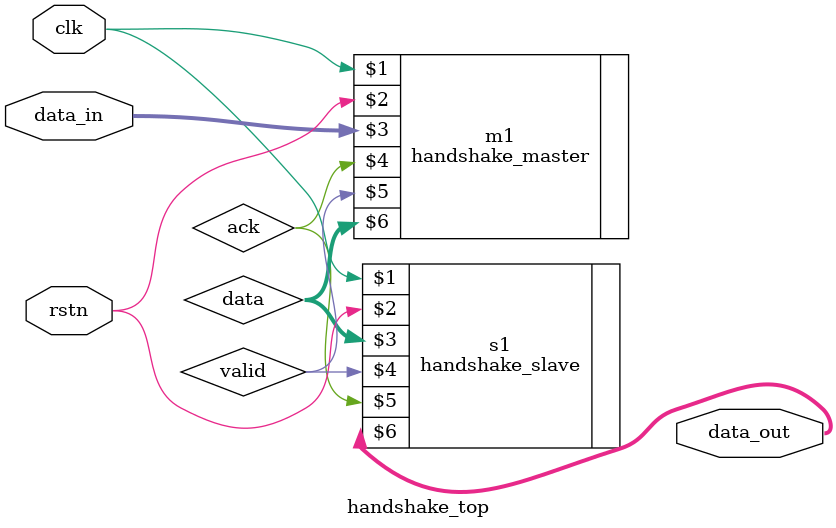
<source format=v>
`timescale 1ns / 1ps

module handshake_top(
    input clk,
    input rstn,
    input [7:0] data_in,
    output [7:0] data_out
    );
    
    wire [7:0]data,data_slave;
    wire ack,valid;
    
    handshake_master m1(clk,rstn,data_in,ack,valid,data);
    
    handshake_slave s1(clk,rstn,data,valid,ack,data_out);
    
endmodule

</source>
